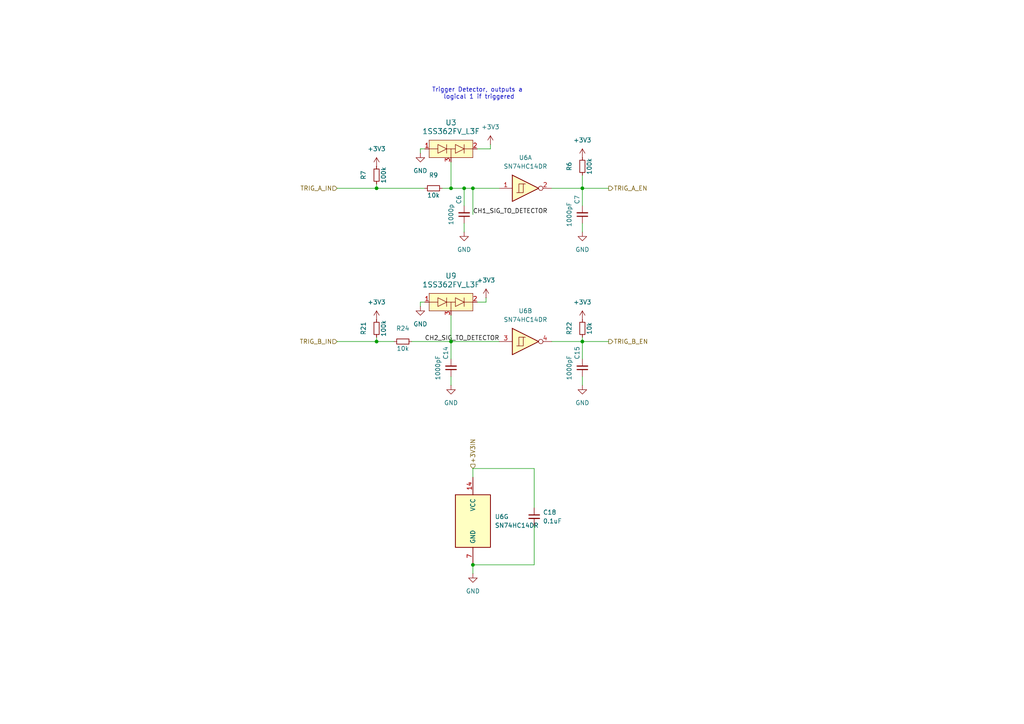
<source format=kicad_sch>
(kicad_sch (version 20250114) (generator "eeschema") (generator_version "9.0")
  (paper "A4")
  (lib_symbols
    (symbol "74xx:74HC14" (pin_names (offset 1.016))
      (property "Reference" "U" (at 0 1.27 0))
      (property "Value" "74HC14" (at 0 -1.27 0))
      (symbol "74HC14_1_0"
        (polyline (pts (xy -3.81 3.81) (xy -3.81 -3.81) (xy 3.81 0) (xy -3.81 3.81)) (stroke (width 0.254)) (fill (type background)))
        (pin input line (at -7.62 0 0) (length 3.81) (name "~") (number "1"))
        (pin output inverted (at 7.62 0 180) (length 3.81) (name "~") (number "2"))
      )
      (symbol "74HC14_1_1"
        (polyline (pts (xy -2.54 -1.27) (xy -0.635 -1.27) (xy -0.635 1.27) (xy 0 1.27)))
        (polyline (pts (xy -1.905 -1.27) (xy -1.905 1.27) (xy -0.635 1.27)))
      )
      (symbol "74HC14_2_0"
        (polyline (pts (xy -3.81 3.81) (xy -3.81 -3.81) (xy 3.81 0) (xy -3.81 3.81)) (stroke (width 0.254)) (fill (type background)))
        (pin input line (at -7.62 0 0) (length 3.81) (name "~") (number "3"))
        (pin output inverted (at 7.62 0 180) (length 3.81) (name "~") (number "4"))
      )
      (symbol "74HC14_2_1"
        (polyline (pts (xy -2.54 -1.27) (xy -0.635 -1.27) (xy -0.635 1.27) (xy 0 1.27)))
        (polyline (pts (xy -1.905 -1.27) (xy -1.905 1.27) (xy -0.635 1.27)))
      )
      (symbol "74HC14_3_0"
        (polyline (pts (xy -3.81 3.81) (xy -3.81 -3.81) (xy 3.81 0) (xy -3.81 3.81)) (stroke (width 0.254)) (fill (type background)))
        (pin input line (at -7.62 0 0) (length 3.81) (name "~") (number "5"))
        (pin output inverted (at 7.62 0 180) (length 3.81) (name "~") (number "6"))
      )
      (symbol "74HC14_3_1"
        (polyline (pts (xy -2.54 -1.27) (xy -0.635 -1.27) (xy -0.635 1.27) (xy 0 1.27)))
        (polyline (pts (xy -1.905 -1.27) (xy -1.905 1.27) (xy -0.635 1.27)))
      )
      (symbol "74HC14_4_0"
        (polyline (pts (xy -3.81 3.81) (xy -3.81 -3.81) (xy 3.81 0) (xy -3.81 3.81)) (stroke (width 0.254)) (fill (type background)))
        (pin input line (at -7.62 0 0) (length 3.81) (name "~") (number "9"))
        (pin output inverted (at 7.62 0 180) (length 3.81) (name "~") (number "8"))
      )
      (symbol "74HC14_4_1"
        (polyline (pts (xy -2.54 -1.27) (xy -0.635 -1.27) (xy -0.635 1.27) (xy 0 1.27)))
        (polyline (pts (xy -1.905 -1.27) (xy -1.905 1.27) (xy -0.635 1.27)))
      )
      (symbol "74HC14_5_0"
        (polyline (pts (xy -3.81 3.81) (xy -3.81 -3.81) (xy 3.81 0) (xy -3.81 3.81)) (stroke (width 0.254)) (fill (type background)))
        (pin input line (at -7.62 0 0) (length 3.81) (name "~") (number "11"))
        (pin output inverted (at 7.62 0 180) (length 3.81) (name "~") (number "10"))
      )
      (symbol "74HC14_5_1"
        (polyline (pts (xy -2.54 -1.27) (xy -0.635 -1.27) (xy -0.635 1.27) (xy 0 1.27)))
        (polyline (pts (xy -1.905 -1.27) (xy -1.905 1.27) (xy -0.635 1.27)))
      )
      (symbol "74HC14_6_0"
        (polyline (pts (xy -3.81 3.81) (xy -3.81 -3.81) (xy 3.81 0) (xy -3.81 3.81)) (stroke (width 0.254)) (fill (type background)))
        (pin input line (at -7.62 0 0) (length 3.81) (name "~") (number "13"))
        (pin output inverted (at 7.62 0 180) (length 3.81) (name "~") (number "12"))
      )
      (symbol "74HC14_6_1"
        (polyline (pts (xy -2.54 -1.27) (xy -0.635 -1.27) (xy -0.635 1.27) (xy 0 1.27)))
        (polyline (pts (xy -1.905 -1.27) (xy -1.905 1.27) (xy -0.635 1.27)))
      )
      (symbol "74HC14_7_0"
        (pin power_in line (at 0 12.7 270) (length 5.08) (name "VCC") (number "14"))
        (pin power_in line (at 0 -12.7 90) (length 5.08) (name "GND") (number "7"))
      )
      (symbol "74HC14_7_1"
        (rectangle (start -5.08 7.62) (end 5.08 -7.62) (stroke (width 0.254)) (fill (type background)))
      )
    )
    (symbol "DIODE_SET_1SS362FV:1SS362FV_L3F" (pin_names (offset 0.254))
      (property "Reference" "U" (at 2.032 4.064 0))
      (property "Value" "1SS362FV_L3F" (at 0 0 0))
      (symbol "1SS362FV_L3F_1_1"
        (rectangle (start -6.35 2.54) (end 6.35 -2.54) (fill (type background)))
        (polyline (pts (xy -3.81 0) (xy -6.35 0)))
        (polyline (pts (xy -1.27 1.27) (xy -1.27 -1.27)))
        (polyline (pts (xy -1.27 0) (xy 1.27 0)))
        (polyline (pts (xy -1.27 0) (xy -3.81 1.27) (xy -3.81 -1.27) (xy -1.27 0)))
        (polyline (pts (xy 0 0) (xy 0 2.54)))
        (polyline (pts (xy 3.81 1.27) (xy 3.81 -1.27)))
        (polyline (pts (xy 3.81 0) (xy 6.35 0)))
        (polyline (pts (xy 3.81 0) (xy 1.27 1.27) (xy 1.27 -1.27) (xy 3.81 0)))
        (pin input line (at -7.62 0 0) (length 1.27) (name "") (number "1"))
        (pin bidirectional line (at 0 3.81 270) (length 1.27) (name "") (number "3"))
        (pin output line (at 7.62 0 180) (length 1.27) (name "") (number "2"))
      )
    )
    (symbol "Device:C_Small" (pin_numbers (hide yes)) (pin_names (offset 0.254) (hide yes))
      (property "Reference" "C" (at 0.254 1.778 0))
      (property "Value" "C_Small" (at 0.254 -2.032 0))
      (symbol "C_Small_0_1"
        (polyline (pts (xy -1.524 0.508) (xy 1.524 0.508)) (stroke (width 0.3048)))
        (polyline (pts (xy -1.524 -0.508) (xy 1.524 -0.508)) (stroke (width 0.3302)))
      )
      (symbol "C_Small_1_1"
        (pin passive line (at 0 2.54 270) (length 2.032) (name "~") (number "1"))
        (pin passive line (at 0 -2.54 90) (length 2.032) (name "~") (number "2"))
      )
    )
    (symbol "Device:R_Small" (pin_numbers (hide yes)) (pin_names (offset 0.254) (hide yes))
      (property "Reference" "R" (at 0.762 0.508 0))
      (property "Value" "R_Small" (at 0.762 -1.016 0))
      (symbol "R_Small_0_1"
        (rectangle (start -0.762 1.778) (end 0.762 -1.778) (stroke (width 0.2032)))
      )
      (symbol "R_Small_1_1"
        (pin passive line (at 0 2.54 270) (length 0.762) (name "~") (number "1"))
        (pin passive line (at 0 -2.54 90) (length 0.762) (name "~") (number "2"))
      )
    )
    (symbol "power:+3V3" (power) (pin_numbers (hide yes)) (pin_names (offset 0) (hide yes))
      (property "Value" "+3V3" (at 0 3.556 0))
      (symbol "+3V3_0_1"
        (polyline (pts (xy -0.762 1.27) (xy 0 2.54)))
        (polyline (pts (xy 0 2.54) (xy 0.762 1.27)))
        (polyline (pts (xy 0 0) (xy 0 2.54)))
      )
      (symbol "+3V3_1_1"
        (pin power_in line (at 0 0 90) (length 0) (name "~") (number "1"))
      )
    )
    (symbol "power:GND" (power) (pin_numbers (hide yes)) (pin_names (offset 0) (hide yes))
      (property "Value" "GND" (at 0 -3.81 0))
      (symbol "GND_0_1"
        (polyline (pts (xy 0 0) (xy 0 -1.27) (xy 1.27 -1.27) (xy 0 -2.54) (xy -1.27 -1.27) (xy 0 -1.27)))
      )
      (symbol "GND_1_1"
        (pin power_in line (at 0 0 270) (length 0) (name "~") (number "1"))
      )
    )
  )
  (text "Trigger Detector, outputs a \nlogical 1 if triggered" (at 138.938 27.178 0) (effects (font (size 1.27 1.27))))
  (junction (at 168.91 54.61))
  (junction (at 109.22 99.06))
  (junction (at 130.81 99.06))
  (junction (at 134.62 54.61))
  (junction (at 130.81 54.61))
  (junction (at 137.16 54.61))
  (junction (at 168.91 99.06))
  (junction (at 109.22 54.61))
  (junction (at 137.16 163.83))
  (wire (pts (xy 168.91 99.06) (xy 176.53 99.06)))
  (wire (pts (xy 137.16 135.89) (xy 154.94 135.89)))
  (wire (pts (xy 138.43 87.63) (xy 140.97 87.63)))
  (wire (pts (xy 130.81 109.22) (xy 130.81 111.76)))
  (wire (pts (xy 97.79 54.61) (xy 109.22 54.61)))
  (wire (pts (xy 128.27 54.61) (xy 130.81 54.61)))
  (wire (pts (xy 168.91 111.76) (xy 168.91 109.22)))
  (wire (pts (xy 137.16 54.61) (xy 144.78 54.61)))
  (wire (pts (xy 109.22 54.61) (xy 123.19 54.61)))
  (wire (pts (xy 138.43 43.18) (xy 142.24 43.18)))
  (wire (pts (xy 154.94 135.89) (xy 154.94 147.32)))
  (wire (pts (xy 134.62 54.61) (xy 134.62 59.69)))
  (wire (pts (xy 137.16 62.23) (xy 137.16 54.61)))
  (wire (pts (xy 130.81 99.06) (xy 144.78 99.06)))
  (wire (pts (xy 109.22 53.34) (xy 109.22 54.61)))
  (wire (pts (xy 130.81 46.99) (xy 130.81 54.61)))
  (wire (pts (xy 137.16 135.89) (xy 137.16 138.43)))
  (wire (pts (xy 134.62 54.61) (xy 137.16 54.61)))
  (wire (pts (xy 160.02 54.61) (xy 168.91 54.61)))
  (wire (pts (xy 119.38 99.06) (xy 130.81 99.06)))
  (wire (pts (xy 168.91 54.61) (xy 168.91 59.69)))
  (wire (pts (xy 154.94 163.83) (xy 154.94 152.4)))
  (wire (pts (xy 109.22 99.06) (xy 114.3 99.06)))
  (wire (pts (xy 130.81 91.44) (xy 130.81 99.06)))
  (wire (pts (xy 130.81 99.06) (xy 130.81 104.14)))
  (wire (pts (xy 168.91 67.31) (xy 168.91 64.77)))
  (wire (pts (xy 137.16 166.37) (xy 137.16 163.83)))
  (wire (pts (xy 121.92 43.18) (xy 121.92 44.45)))
  (wire (pts (xy 168.91 50.8) (xy 168.91 54.61)))
  (wire (pts (xy 134.62 54.61) (xy 130.81 54.61)))
  (wire (pts (xy 142.24 43.18) (xy 142.24 41.91)))
  (wire (pts (xy 168.91 54.61) (xy 176.53 54.61)))
  (wire (pts (xy 168.91 99.06) (xy 168.91 104.14)))
  (wire (pts (xy 137.16 163.83) (xy 154.94 163.83)))
  (wire (pts (xy 160.02 99.06) (xy 168.91 99.06)))
  (wire (pts (xy 109.22 97.79) (xy 109.22 99.06)))
  (wire (pts (xy 97.79 99.06) (xy 109.22 99.06)))
  (wire (pts (xy 121.92 87.63) (xy 121.92 88.9)))
  (wire (pts (xy 134.62 64.77) (xy 134.62 67.31)))
  (wire (pts (xy 123.19 87.63) (xy 121.92 87.63)))
  (wire (pts (xy 168.91 97.79) (xy 168.91 99.06)))
  (wire (pts (xy 123.19 43.18) (xy 121.92 43.18)))
  (wire (pts (xy 140.97 87.63) (xy 140.97 86.36)))
  (label "CH1_SIG_TO_DETECTOR" (at 137.16 62.23 0))
  (label "CH2_SIG_TO_DETECTOR" (at 123.19 99.06 0))
  (hierarchical_label "TRIG_A_IN" (shape input) (at 97.79 54.61 180))
  (hierarchical_label "TRIG_A_EN" (shape output) (at 176.53 54.61 0))
  (hierarchical_label "+3V3IN" (shape input) (at 137.16 135.89 90))
  (hierarchical_label "TRIG_B_IN" (shape input) (at 97.79 99.06 180))
  (hierarchical_label "TRIG_B_EN" (shape output) (at 176.53 99.06 0))
  (symbol (lib_id "power:GND") (at 137.16 166.37 0) (unit 1)
    (property "Reference" "#PWR033" (effects (hide yes)))
    (property "Value" "GND" (at 137.16 171.45 0))
    (property "Description" "Power symbol creates a global label with name \"GND\" , ground" (effects (hide yes)))
  )
  (symbol (lib_id "power:GND") (at 121.92 44.45 0) (unit 1)
    (property "Reference" "#PWR05" (effects (hide yes)))
    (property "Value" "GND" (at 121.92 49.53 0))
    (property "Description" "Power symbol creates a global label with name \"GND\" , ground" (effects (hide yes)))
  )
  (symbol (lib_id "Device:C_Small") (at 154.94 149.86 0) (unit 1)
    (property "Reference" "C18" (at 157.48 148.5962 0) (effects (justify left)))
    (property "Value" "0.1uF" (at 157.48 151.1362 0) (effects (justify left)))
    (property "Footprint" "Capacitor_SMD:C_0402_1005Metric" (effects (hide yes)))
    (property "Description" "Unpolarized capacitor, small symbol" (effects (hide yes)))
    (property "Board" "Trigger Board" (effects (hide yes)))
  )
  (symbol (lib_id "power:GND") (at 134.62 67.31 0) (unit 1)
    (property "Reference" "#PWR012" (effects (hide yes)))
    (property "Value" "GND" (at 134.62 72.39 0))
    (property "Description" "Power symbol creates a global label with name \"GND\" , ground" (effects (hide yes)))
  )
  (symbol (lib_id "Device:C_Small") (at 168.91 62.23 180) (unit 1)
    (property "Reference" "C7" (at 167.386 57.912 90))
    (property "Value" "1000pF" (at 165.1 62.2237 90))
    (property "Footprint" "Capacitor_SMD:C_0402_1005Metric" (effects (hide yes)))
    (property "Description" "Unpolarized capacitor, small symbol" (effects (hide yes)))
    (property "Board" "Trigger Board" (effects (hide yes)))
  )
  (symbol (lib_id "power:GND") (at 130.81 111.76 0) (unit 1)
    (property "Reference" "#PWR026" (effects (hide yes)))
    (property "Value" "GND" (at 130.81 116.84 0))
    (property "Description" "Power symbol creates a global label with name \"GND\" , ground" (effects (hide yes)))
  )
  (symbol (lib_id "Device:R_Small") (at 125.73 54.61 90) (unit 1)
    (property "Reference" "R9" (at 125.73 50.8 90))
    (property "Value" "10k" (at 125.73 56.642 90))
    (property "Footprint" "Resistor_SMD:R_0402_1005Metric" (effects (hide yes)))
    (property "Description" "Resistor, small symbol" (effects (hide yes)))
    (property "Sim.Device" "R" (effects (hide yes)))
    (property "Sim.Pins" "1=+ 2=-" (effects (hide yes)))
    (property "Board" "Trigger Board" (effects (hide yes)))
  )
  (symbol (lib_id "Device:R_Small") (at 168.91 95.25 180) (unit 1)
    (property "Reference" "R22" (at 165.1 95.25 90))
    (property "Value" "10k" (at 170.942 95.25 90))
    (property "Footprint" "Resistor_SMD:R_0402_1005Metric" (effects (hide yes)))
    (property "Description" "Resistor, small symbol" (effects (hide yes)))
    (property "Sim.Device" "R" (effects (hide yes)))
    (property "Sim.Pins" "1=+ 2=-" (effects (hide yes)))
    (property "Board" "Trigger Board" (effects (hide yes)))
  )
  (symbol (lib_id "power:+3V3") (at 109.22 92.71 0) (unit 1)
    (property "Reference" "#PWR021" (effects (hide yes)))
    (property "Value" "+3V3" (at 109.22 87.63 0))
    (property "Description" "Power symbol creates a global label with name \"+3V3\"" (effects (hide yes)))
  )
  (symbol (lib_id "74xx:74HC14") (at 152.4 99.06 0) (unit 2)
    (property "Reference" "U6" (at 152.4 90.17 0))
    (property "Value" "SN74HC14DR" (at 152.4 92.71 0))
    (property "Footprint" "mod:HEX_SCHMITT_SN74HC14DR" (effects (hide yes)))
    (property "Datasheet" "http://www.ti.com/lit/gpn/sn74HC14" (effects (hide yes)))
    (property "Description" "Hex inverter schmitt trigger" (effects (hide yes)))
    (property "Sim.Library" "SPICE_Models\\HEX_SN74HC14.cir" (effects (hide yes)))
    (property "Sim.Name" "HEX_SN74HC14" (effects (hide yes)))
    (property "Sim.Device" "SUBCKT" (effects (hide yes)))
    (property "Sim.Pins" "1=1A 2=1Y 3=2A 4=2Y 5=3A 6=3Y 7=GND 8=4Y 9=4A 10=5Y 11=5A 12=6Y 13=6A 14=VCC" (effects (hide yes)))
    (property "Board" "Trigger Board" (effects (hide yes)))
    (property "MANUFACTURER" "Texas Instruments" (effects (hide yes)))
  )
  (symbol (lib_id "DIODE_SET_1SS362FV:1SS362FV_L3F") (at 130.81 43.18 0) (mirror x) (unit 1)
    (property "Reference" "U3" (at 130.81 35.56 0) (effects (font (size 1.524 1.524))))
    (property "Value" "1SS362FV_L3F" (at 130.81 38.1 0) (effects (font (size 1.524 1.524))))
    (property "Footprint" "mod:DIODE_1SS362FV" (effects (hide yes)))
    (property "Datasheet" "1SS362FV_L3F" (effects (hide yes)))
    (property "Sim.Library" "SPICE_Models\\1SS362FV.lib" (effects (hide yes)))
    (property "Sim.Name" "1SS362FV" (effects (hide yes)))
    (property "Sim.Device" "SUBCKT" (effects (hide yes)))
    (property "Sim.Pins" "1=1 2=2 3=3" (effects (hide yes)))
    (property "Board" "Trigger Board" (effects (hide yes)))
    (property "MANUFACTURER" "Toshiba Semiconductor" (effects (hide yes)))
  )
  (symbol (lib_id "power:+3V3") (at 168.91 45.72 0) (unit 1)
    (property "Reference" "#PWR07" (effects (hide yes)))
    (property "Value" "+3V3" (at 168.91 40.64 0))
    (property "Description" "Power symbol creates a global label with name \"+3V3\"" (effects (hide yes)))
  )
  (symbol (lib_id "DIODE_SET_1SS362FV:1SS362FV_L3F") (at 130.81 87.63 0) (mirror x) (unit 1)
    (property "Reference" "U9" (at 130.81 80.01 0) (effects (font (size 1.524 1.524))))
    (property "Value" "1SS362FV_L3F" (at 130.81 82.55 0) (effects (font (size 1.524 1.524))))
    (property "Footprint" "mod:DIODE_1SS362FV" (effects (hide yes)))
    (property "Datasheet" "1SS362FV_L3F" (effects (hide yes)))
    (property "Sim.Library" "SPICE_Models\\1SS362FV.lib" (effects (hide yes)))
    (property "Sim.Name" "1SS362FV" (effects (hide yes)))
    (property "Sim.Device" "SUBCKT" (effects (hide yes)))
    (property "Sim.Pins" "1=1 2=2 3=3" (effects (hide yes)))
    (property "Board" "Trigger Board" (effects (hide yes)))
    (property "MANUFACTURER" "Toshiba Semiconductor" (effects (hide yes)))
  )
  (symbol (lib_id "Device:C_Small") (at 130.81 106.68 180) (unit 1)
    (property "Reference" "C14" (at 129.286 102.362 90))
    (property "Value" "1000pF" (at 127 106.6737 90))
    (property "Footprint" "Capacitor_SMD:C_0402_1005Metric" (effects (hide yes)))
    (property "Description" "Unpolarized capacitor, small symbol" (effects (hide yes)))
    (property "Board" "Trigger Board" (effects (hide yes)))
  )
  (symbol (lib_id "power:+3V3") (at 109.22 48.26 0) (unit 1)
    (property "Reference" "#PWR08" (effects (hide yes)))
    (property "Value" "+3V3" (at 109.22 43.18 0))
    (property "Description" "Power symbol creates a global label with name \"+3V3\"" (effects (hide yes)))
  )
  (symbol (lib_id "Device:R_Small") (at 168.91 48.26 180) (unit 1)
    (property "Reference" "R6" (at 165.1 48.26 90))
    (property "Value" "100k" (at 170.942 48.26 90))
    (property "Footprint" "Resistor_SMD:R_0402_1005Metric" (effects (hide yes)))
    (property "Description" "Resistor, small symbol" (effects (hide yes)))
    (property "Board" "Trigger Board" (effects (hide yes)))
  )
  (symbol (lib_id "power:GND") (at 168.91 111.76 0) (unit 1)
    (property "Reference" "#PWR027" (effects (hide yes)))
    (property "Value" "GND" (at 168.91 116.84 0))
    (property "Description" "Power symbol creates a global label with name \"GND\" , ground" (effects (hide yes)))
  )
  (symbol (lib_id "power:+3V3") (at 140.97 86.36 0) (unit 1)
    (property "Reference" "#PWR018" (effects (hide yes)))
    (property "Value" "+3V3" (at 140.97 81.28 0))
    (property "Description" "Power symbol creates a global label with name \"+3V3\"" (effects (hide yes)))
  )
  (symbol (lib_id "power:GND") (at 121.92 88.9 0) (unit 1)
    (property "Reference" "#PWR020" (effects (hide yes)))
    (property "Value" "GND" (at 121.92 93.98 0))
    (property "Description" "Power symbol creates a global label with name \"GND\" , ground" (effects (hide yes)))
  )
  (symbol (lib_id "Device:R_Small") (at 116.84 99.06 90) (unit 1)
    (property "Reference" "R24" (at 116.84 95.25 90))
    (property "Value" "10k" (at 116.84 101.092 90))
    (property "Footprint" "Resistor_SMD:R_0402_1005Metric" (effects (hide yes)))
    (property "Description" "Resistor, small symbol" (effects (hide yes)))
    (property "Sim.Device" "R" (effects (hide yes)))
    (property "Sim.Pins" "1=+ 2=-" (effects (hide yes)))
    (property "Board" "Trigger Board" (effects (hide yes)))
  )
  (symbol (lib_id "power:+3V3") (at 168.91 92.71 0) (unit 1)
    (property "Reference" "#PWR022" (effects (hide yes)))
    (property "Value" "+3V3" (at 168.91 87.63 0))
    (property "Description" "Power symbol creates a global label with name \"+3V3\"" (effects (hide yes)))
  )
  (symbol (lib_id "74xx:74HC14") (at 137.16 151.13 0) (unit 7)
    (property "Reference" "U6" (at 143.51 149.8599 0) (effects (justify left)))
    (property "Value" "SN74HC14DR" (at 143.51 152.3999 0) (effects (justify left)))
    (property "Footprint" "mod:HEX_SCHMITT_SN74HC14DR" (effects (hide yes)))
    (property "Datasheet" "http://www.ti.com/lit/gpn/sn74HC14" (effects (hide yes)))
    (property "Description" "Hex inverter schmitt trigger" (effects (hide yes)))
    (property "Sim.Library" "SPICE_Models\\HEX_SN74HC14.cir" (effects (hide yes)))
    (property "Sim.Name" "HEX_SN74HC14" (effects (hide yes)))
    (property "Sim.Device" "SUBCKT" (effects (hide yes)))
    (property "Sim.Pins" "1=1A 2=1Y 3=2A 4=2Y 5=3A 6=3Y 7=GND 8=4Y 9=4A 10=5Y 11=5A 12=6Y 13=6A 14=VCC" (effects (hide yes)))
    (property "Board" "Trigger Board" (effects (hide yes)))
    (property "MANUFACTURER" "Texas Instruments" (effects (hide yes)))
  )
  (symbol (lib_id "74xx:74HC14") (at 152.4 54.61 0) (unit 1)
    (property "Reference" "U6" (at 152.4 45.72 0))
    (property "Value" "SN74HC14DR" (at 152.4 48.26 0))
    (property "Footprint" "mod:HEX_SCHMITT_SN74HC14DR" (effects (hide yes)))
    (property "Datasheet" "http://www.ti.com/lit/gpn/sn74HC14" (effects (hide yes)))
    (property "Description" "Hex inverter schmitt trigger" (effects (hide yes)))
    (property "Sim.Library" "SPICE_Models\\HEX_SN74HC14.cir" (effects (hide yes)))
    (property "Sim.Name" "HEX_SN74HC14" (effects (hide yes)))
    (property "Sim.Device" "SUBCKT" (effects (hide yes)))
    (property "Sim.Pins" "1=1A 2=1Y 3=2A 4=2Y 5=3A 6=3Y 7=GND 8=4Y 9=4A 10=5Y 11=5A 12=6Y 13=6A 14=VCC" (effects (hide yes)))
    (property "Board" "Trigger Board" (effects (hide yes)))
    (property "MANUFACTURER" "Texas Instruments" (effects (hide yes)))
  )
  (symbol (lib_id "Device:C_Small") (at 168.91 106.68 180) (unit 1)
    (property "Reference" "C15" (at 167.386 102.362 90))
    (property "Value" "1000pF" (at 165.1 106.6737 90))
    (property "Footprint" "Capacitor_SMD:C_0402_1005Metric" (effects (hide yes)))
    (property "Description" "Unpolarized capacitor, small symbol" (effects (hide yes)))
    (property "Board" "Trigger Board" (effects (hide yes)))
  )
  (symbol (lib_id "power:GND") (at 168.91 67.31 0) (unit 1)
    (property "Reference" "#PWR013" (effects (hide yes)))
    (property "Value" "GND" (at 168.91 72.39 0))
    (property "Description" "Power symbol creates a global label with name \"GND\" , ground" (effects (hide yes)))
  )
  (symbol (lib_id "power:+3V3") (at 142.24 41.91 0) (unit 1)
    (property "Reference" "#PWR03" (effects (hide yes)))
    (property "Value" "+3V3" (at 142.24 36.83 0))
    (property "Description" "Power symbol creates a global label with name \"+3V3\"" (effects (hide yes)))
  )
  (symbol (lib_id "Device:R_Small") (at 109.22 50.8 180) (unit 1)
    (property "Reference" "R7" (at 105.41 50.8 90))
    (property "Value" "100k" (at 111.252 50.8 90))
    (property "Footprint" "Resistor_SMD:R_0402_1005Metric" (effects (hide yes)))
    (property "Description" "Resistor, small symbol" (effects (hide yes)))
    (property "Board" "Trigger Board" (effects (hide yes)))
  )
  (symbol (lib_id "Device:R_Small") (at 109.22 95.25 180) (unit 1)
    (property "Reference" "R21" (at 105.41 95.25 90))
    (property "Value" "100k" (at 111.252 95.25 90))
    (property "Footprint" "Resistor_SMD:R_0402_1005Metric" (effects (hide yes)))
    (property "Description" "Resistor, small symbol" (effects (hide yes)))
    (property "Board" "Trigger Board" (effects (hide yes)))
  )
  (symbol (lib_id "Device:C_Small") (at 134.62 62.23 180) (unit 1)
    (property "Reference" "C6" (at 133.096 57.912 90))
    (property "Value" "1000p" (at 130.81 62.2237 90))
    (property "Footprint" "Capacitor_SMD:C_0402_1005Metric" (effects (hide yes)))
    (property "Description" "Unpolarized capacitor, small symbol" (effects (hide yes)))
    (property "Board" "Trigger Board" (effects (hide yes)))
  )
)
</source>
